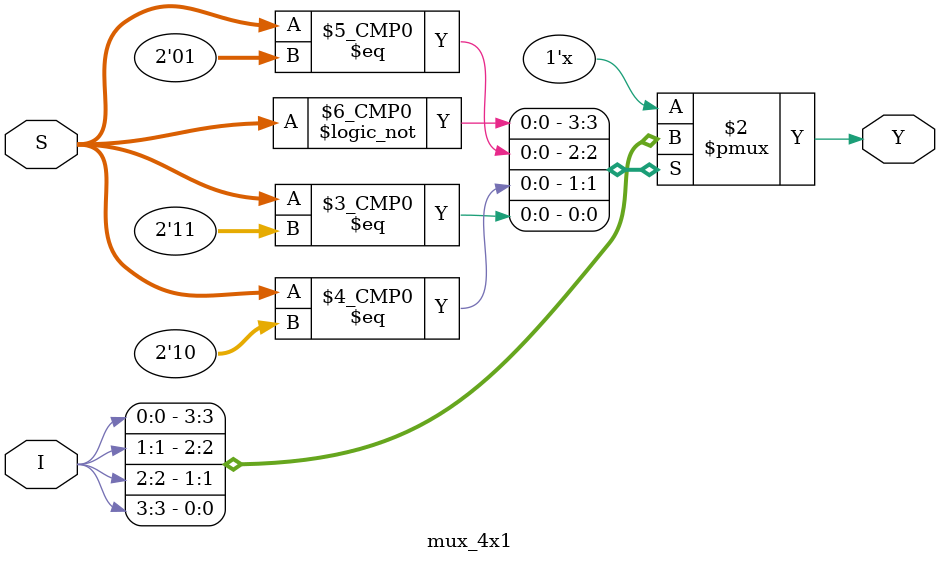
<source format=v>

module mux_4x1(Y, I, S);

	input [3:0]I;
	input [1:0]S;
	output reg Y;

	always@(*) begin
		case(S)
			2'd0: Y = I[0];
			2'd1: Y = I[1];
			2'd2: Y = I[2];
			2'd3: Y = I[3];
			default:$display("error");
		endcase
	end

endmodule
</source>
